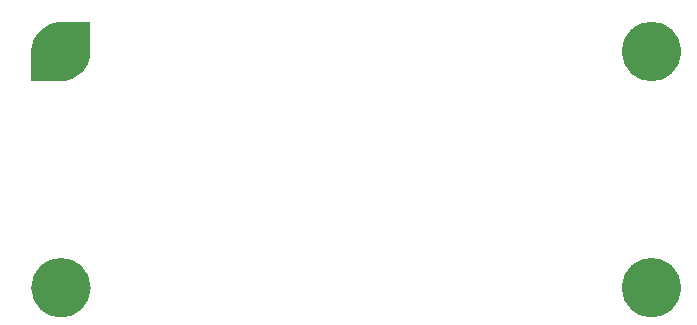
<source format=gts>
G04 Gerber file generated by Gerbonara*
%TF.GenerationSoftware,KiCad,Pcbnew,8.0.2-1*%
%TF.CreationDate,2024-12-23T20:39:15+00:00*%
%TF.ProjectId,jacdac-slider-MH-0.1,6a616364-6163-42d7-936c-696465722d4d,v0.1*%
%TF.SameCoordinates,PX8d24d00PY36d6160*%
%TF.FileFunction,Soldermask,Top*%
%TF.FilePolarity,Negative*%
%MOMM*%
%FSLAX46Y46*%
%IPPOS*%
G75
%LPD*%
%ADD10C,2.5*%
D10*
G02*
X0026250000Y-0040000000D02*
X0023750000Y-0040000000I-0001250000J0D01*
X0026250000Y-0040000000I0001250000J0D01*
X0026250000Y-0059999999D02*
X0023750000Y-0059999999I-0001250000J0D01*
X0026250000Y-0059999999I0001250000J0D01*
G36*
G02**
X-0022500000Y-0039999999D02*
G01*
X-0022504933Y-0039999999D01*
X-0022504933Y-0040156975D01*
X-0022544282Y-0040468452D01*
X-0022622359Y-0040772541D01*
X-0022737932Y-0041064447D01*
X-0022889180Y-0041339566D01*
X-0023073717Y-0041593559D01*
X-0023288632Y-0041822421D01*
X-0023530537Y-0042022541D01*
X-0023795616Y-0042190766D01*
X-0024079689Y-0042324440D01*
X-0024378275Y-0042421457D01*
X-0024686667Y-0042480286D01*
X-0025000000Y-0042499999D01*
X-0027500000Y-0042499999D01*
X-0027500000Y-0039999999D01*
X-0027495067Y-0039999999D01*
X-0027495067Y-0039843023D01*
X-0027455718Y-0039531546D01*
X-0027377641Y-0039227457D01*
X-0027262068Y-0038935551D01*
X-0027110820Y-0038660432D01*
X-0026926283Y-0038406439D01*
X-0026711368Y-0038177577D01*
X-0026469463Y-0037977457D01*
X-0026204384Y-0037809232D01*
X-0025920311Y-0037675558D01*
X-0025621725Y-0037578541D01*
X-0025313333Y-0037519712D01*
X-0025000000Y-0037499999D01*
X-0022500000Y-0037499999D01*
X-0022500000Y-0039999999D01*
G37*
G02*
X-0023750800Y-0060000800D02*
X-0026250800Y-0060000800I-0001250000J0D01*
X-0023750800Y-0060000800I0001250000J0D01*
M02*
</source>
